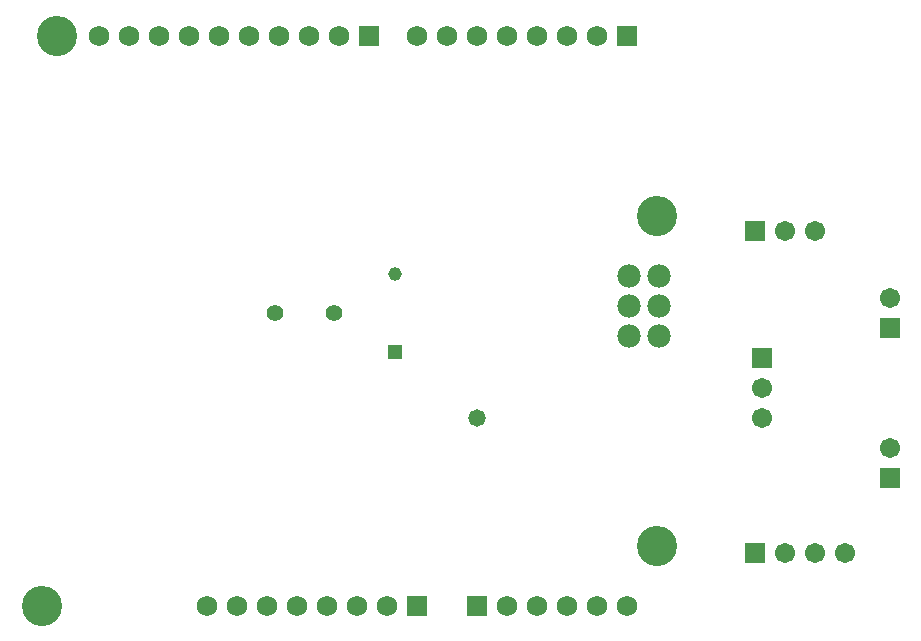
<source format=gbr>
%TF.GenerationSoftware,Altium Limited,Altium Designer,23.6.0 (18)*%
G04 Layer_Color=16711935*
%FSLAX45Y45*%
%MOMM*%
%TF.SameCoordinates,BE964043-2EFE-40DF-B488-D83AE96C0F84*%
%TF.FilePolarity,Negative*%
%TF.FileFunction,Soldermask,Bot*%
%TF.Part,Single*%
G01*
G75*
%TA.AperFunction,ComponentPad*%
%ADD17C,1.15000*%
%ADD18R,1.15000X1.15000*%
%ADD28C,1.70320*%
%ADD29R,1.70320X1.70320*%
%ADD30R,1.70320X1.70320*%
%ADD31C,1.40320*%
%TA.AperFunction,ViaPad*%
%ADD32C,3.40320*%
%TA.AperFunction,ComponentPad*%
%ADD33R,1.72720X1.72720*%
%ADD34C,1.72720*%
%ADD35C,1.98120*%
%TA.AperFunction,ViaPad*%
%ADD36C,1.47320*%
D17*
X4381500Y3058500D02*
D03*
D18*
Y2402500D02*
D03*
D28*
X8572500Y2857500D02*
D03*
X7683500Y698500D02*
D03*
X7937500D02*
D03*
X8191500D02*
D03*
X7493000Y1841500D02*
D03*
Y2095500D02*
D03*
X7937500Y3429000D02*
D03*
X7683500D02*
D03*
X8572500Y1587500D02*
D03*
D29*
Y2603500D02*
D03*
X7493000Y2349500D02*
D03*
X8572500Y1333500D02*
D03*
D30*
X7429500Y698500D02*
D03*
Y3429000D02*
D03*
D31*
X3365500Y2730500D02*
D03*
X3865500D02*
D03*
D32*
X6604000Y762000D02*
D03*
Y3556000D02*
D03*
X1397000Y254000D02*
D03*
X1524000Y5080000D02*
D03*
D33*
X5080000Y254000D02*
D03*
X4165600Y5080000D02*
D03*
X6350000D02*
D03*
X4572000Y254000D02*
D03*
D34*
X5334000D02*
D03*
X5588000D02*
D03*
X5842000D02*
D03*
X6096000D02*
D03*
X6350000D02*
D03*
X3911600Y5080000D02*
D03*
X3657600D02*
D03*
X3403600D02*
D03*
X3149600D02*
D03*
X2895600D02*
D03*
X2641600D02*
D03*
X2387600D02*
D03*
X2133600D02*
D03*
X1879600D02*
D03*
X5588000D02*
D03*
X5334000D02*
D03*
X5080000D02*
D03*
X4826000D02*
D03*
X4572000D02*
D03*
X6096000D02*
D03*
X5842000D02*
D03*
X3810000Y254000D02*
D03*
X3556000D02*
D03*
X3302000D02*
D03*
X3048000D02*
D03*
X2794000D02*
D03*
X4318000D02*
D03*
X4064000D02*
D03*
D35*
X6364000Y3042999D02*
D03*
X6618000D02*
D03*
X6364000Y2788999D02*
D03*
X6618000D02*
D03*
X6364000Y2534999D02*
D03*
X6618000D02*
D03*
D36*
X5080000Y1841500D02*
D03*
%TF.MD5,fe4aafd919008e968c736e3c6da8db8c*%
M02*

</source>
